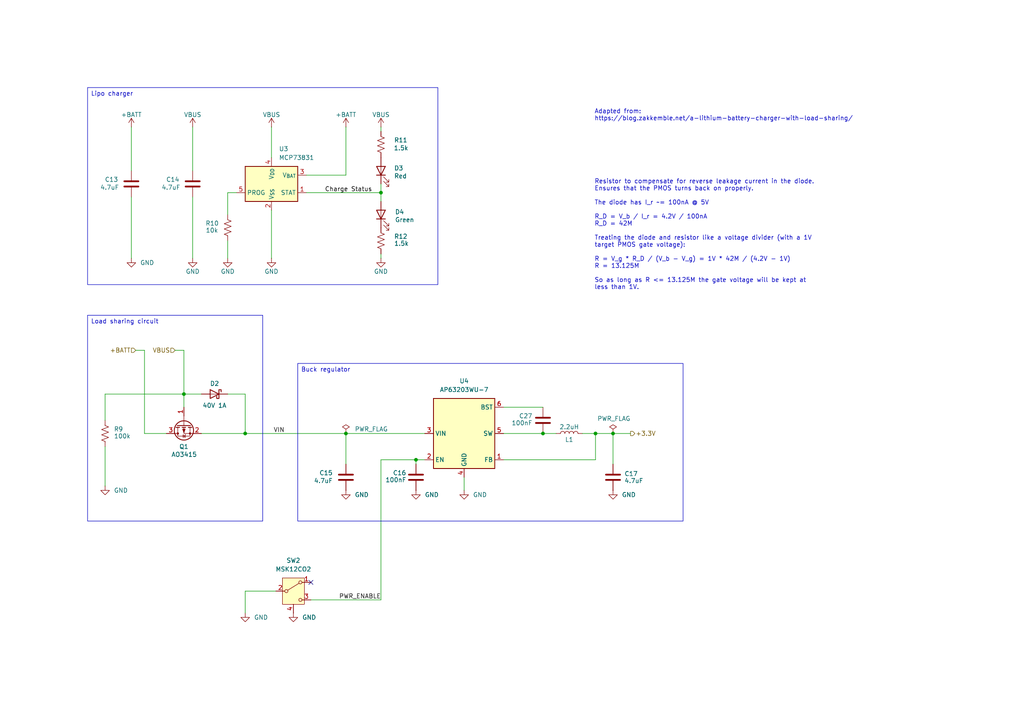
<source format=kicad_sch>
(kicad_sch (version 20250114) (generator "eeschema") (generator_version "9.0")
  (paper "A4")
  (title_block (title "Battery Management") (date "2025-04-27") (rev "2.0.0") (company "George Sleen"))
  (lib_symbols
    (symbol "GS_Capacitor_0402:C_0402_100nF" (pin_numbers (hide yes)) (pin_names (offset 0.254))
      (property "Reference" "C" (at 0.635 2.54 0))
      (property "Value" "100nF" (at 0.635 -2.54 0))
      (symbol "C_0402_100nF_0_1"
        (polyline (pts (xy -2.032 0.762) (xy 2.032 0.762)) (stroke (width 0.508)))
        (polyline (pts (xy -2.032 -0.762) (xy 2.032 -0.762)) (stroke (width 0.508)))
      )
      (symbol "C_0402_100nF_1_1"
        (pin passive line (at 0 3.81 270) (length 2.794) (name "~") (number "1"))
        (pin passive line (at 0 -3.81 90) (length 2.794) (name "~") (number "2"))
      )
    )
    (symbol "GS_Capacitor_0402:C_0402_4.7uF" (pin_numbers (hide yes)) (pin_names (offset 0.254))
      (property "Reference" "C" (at 0.635 2.54 0))
      (property "Value" "4.7uF" (at 0.635 -2.54 0))
      (symbol "C_0402_4.7uF_0_1"
        (polyline (pts (xy -2.032 0.762) (xy 2.032 0.762)) (stroke (width 0.508)))
        (polyline (pts (xy -2.032 -0.762) (xy 2.032 -0.762)) (stroke (width 0.508)))
      )
      (symbol "C_0402_4.7uF_1_1"
        (pin passive line (at 0 3.81 270) (length 2.794) (name "~") (number "1"))
        (pin passive line (at 0 -3.81 90) (length 2.794) (name "~") (number "2"))
      )
    )
    (symbol "GS_Diodes:1N5819W" (pin_numbers (hide yes)) (pin_names (offset 1.016) (hide yes))
      (property "Reference" "D" (at 0 2.54 0))
      (property "Value" "40V 1A" (at 0 -2.54 0))
      (symbol "1N5819W_0_1"
        (polyline (pts (xy -1.905 0.635) (xy -1.905 1.27) (xy -1.27 1.27) (xy -1.27 -1.27) (xy -0.635 -1.27) (xy -0.635 -0.635)) (stroke (width 0.254)))
        (polyline (pts (xy 1.27 1.27) (xy 1.27 -1.27) (xy -1.27 0) (xy 1.27 1.27)) (stroke (width 0.254)))
        (polyline (pts (xy 1.27 0) (xy -1.27 0)))
      )
      (symbol "1N5819W_1_1"
        (pin passive line (at -3.81 0 0) (length 2.54) (name "K") (number "1"))
        (pin passive line (at 3.81 0 180) (length 2.54) (name "A") (number "2"))
      )
    )
    (symbol "GS_Inductors:L_1008_2.2uH" (pin_numbers (hide yes)) (pin_names (offset 1.016) (hide yes))
      (property "Reference" "L" (at -1.27 0 90))
      (property "Value" "2.2uH" (at 1.905 0 90))
      (symbol "L_1008_2.2uH_0_1"
        (arc (start 0 2.54) (mid 0.6323 1.905) (end 0 1.27))
        (arc (start 0 1.27) (mid 0.6323 0.635) (end 0 0))
        (arc (start 0 0) (mid 0.6323 -0.635) (end 0 -1.27))
        (arc (start 0 -1.27) (mid 0.6323 -1.905) (end 0 -2.54))
      )
      (symbol "L_1008_2.2uH_1_1"
        (pin passive line (at 0 3.81 270) (length 1.27) (name "1") (number "1"))
        (pin passive line (at 0 -3.81 90) (length 1.27) (name "2") (number "2"))
      )
    )
    (symbol "GS_Optoelectronic:LED_0402_Green" (pin_numbers (hide yes)) (pin_names (offset 1.016) (hide yes))
      (property "Reference" "D" (at 0 2.54 0))
      (property "Value" "Green" (at 0 -3.302 0))
      (symbol "LED_0402_Green_0_1"
        (polyline (pts (xy -3.048 -0.762) (xy -4.572 -2.286) (xy -3.81 -2.286) (xy -4.572 -2.286) (xy -4.572 -1.524)))
        (polyline (pts (xy -1.778 -0.762) (xy -3.302 -2.286) (xy -2.54 -2.286) (xy -3.302 -2.286) (xy -3.302 -1.524)))
        (polyline (pts (xy -1.27 0) (xy 1.27 0)))
        (polyline (pts (xy -1.27 -1.27) (xy -1.27 1.27)) (stroke (width 0.254)))
        (polyline (pts (xy 1.27 -1.27) (xy 1.27 1.27) (xy -1.27 0) (xy 1.27 -1.27)) (stroke (width 0.254)))
      )
      (symbol "LED_0402_Green_1_1"
        (pin passive line (at -3.81 0 0) (length 2.54) (name "K") (number "1"))
        (pin passive line (at 3.81 0 180) (length 2.54) (name "A") (number "2"))
      )
    )
    (symbol "GS_Optoelectronic:LED_0402_Red" (pin_numbers (hide yes)) (pin_names (offset 1.016) (hide yes))
      (property "Reference" "D" (at 0 2.54 0))
      (property "Value" "Red" (at 0 -3.302 0))
      (symbol "LED_0402_Red_0_1"
        (polyline (pts (xy -3.048 -0.762) (xy -4.572 -2.286) (xy -3.81 -2.286) (xy -4.572 -2.286) (xy -4.572 -1.524)))
        (polyline (pts (xy -1.778 -0.762) (xy -3.302 -2.286) (xy -2.54 -2.286) (xy -3.302 -2.286) (xy -3.302 -1.524)))
        (polyline (pts (xy -1.27 0) (xy 1.27 0)))
        (polyline (pts (xy -1.27 -1.27) (xy -1.27 1.27)) (stroke (width 0.254)))
        (polyline (pts (xy 1.27 -1.27) (xy 1.27 1.27) (xy -1.27 0) (xy 1.27 -1.27)) (stroke (width 0.254)))
      )
      (symbol "LED_0402_Red_1_1"
        (pin passive line (at -3.81 0 0) (length 2.54) (name "K") (number "1"))
        (pin passive line (at 3.81 0 180) (length 2.54) (name "A") (number "2"))
      )
    )
    (symbol "GS_PMIC:AP63203WU-7"
      (property "Reference" "U" (at -8.89 11.43 0))
      (property "Value" "AP63203WU-7" (at 0 11.43 0))
      (symbol "AP63203WU-7_0_1"
        (rectangle (start -8.89 10.16) (end 8.89 -10.16) (stroke (width 0.254)) (fill (type background)))
      )
      (symbol "AP63203WU-7_1_1"
        (pin power_in line (at -11.43 0 0) (length 2.54) (name "VIN") (number "3"))
        (pin input line (at -11.43 -7.62 0) (length 2.54) (name "EN") (number "2"))
        (pin power_in line (at 0 -12.7 90) (length 2.54) (name "GND") (number "4"))
        (pin input line (at 11.43 7.62 180) (length 2.54) (name "BST") (number "6"))
        (pin input line (at 11.43 0 180) (length 2.54) (name "SW") (number "5"))
        (pin input line (at 11.43 -7.62 180) (length 2.54) (name "FB") (number "1"))
      )
    )
    (symbol "GS_PMIC:MCP73831T-2ACI/OT"
      (property "Reference" "U" (at -7.62 6.35 0))
      (property "Value" "MCP73831" (at 1.27 6.35 0))
      (symbol "MCP73831T-2ACI/OT_0_1"
        (rectangle (start -7.62 5.08) (end 7.62 -5.08) (stroke (width 0.254)) (fill (type background)))
      )
      (symbol "MCP73831T-2ACI/OT_1_1"
        (pin input line (at -10.16 -2.54 0) (length 2.54) (name "PROG") (number "5"))
        (pin power_in line (at 0 7.62 270) (length 2.54) (name "V_{DD}") (number "4"))
        (pin power_in line (at 0 -7.62 90) (length 2.54) (name "V_{SS}") (number "2"))
        (pin power_out line (at 10.16 2.54 180) (length 2.54) (name "V_{BAT}") (number "3"))
        (pin tri_state line (at 10.16 -2.54 180) (length 2.54) (name "STAT") (number "1"))
      )
    )
    (symbol "GS_Resistor_0402:R_0402_1.5k" (pin_numbers (hide yes)) (pin_names (offset 0))
      (property "Reference" "R" (at 2.54 0 90))
      (property "Value" "1.5k" (at -2.54 0 90))
      (symbol "R_0402_1.5k_0_1"
        (polyline (pts (xy 0 2.286) (xy 0 2.54)))
        (polyline (pts (xy 0 2.286) (xy 1.016 1.905) (xy 0 1.524) (xy -1.016 1.143) (xy 0 0.762)))
        (polyline (pts (xy 0 0.762) (xy 1.016 0.381) (xy 0 0) (xy -1.016 -0.381) (xy 0 -0.762)))
        (polyline (pts (xy 0 -0.762) (xy 1.016 -1.143) (xy 0 -1.524) (xy -1.016 -1.905) (xy 0 -2.286)))
        (polyline (pts (xy 0 -2.286) (xy 0 -2.54)))
      )
      (symbol "R_0402_1.5k_1_1"
        (pin passive line (at 0 3.81 270) (length 1.27) (name "~") (number "1"))
        (pin passive line (at 0 -3.81 90) (length 1.27) (name "~") (number "2"))
      )
    )
    (symbol "GS_Resistor_0402:R_0402_100k" (pin_numbers (hide yes)) (pin_names (offset 0))
      (property "Reference" "R" (at 2.54 0 90))
      (property "Value" "100k" (at -2.54 0 90))
      (symbol "R_0402_100k_0_1"
        (polyline (pts (xy 0 2.286) (xy 0 2.54)))
        (polyline (pts (xy 0 2.286) (xy 1.016 1.905) (xy 0 1.524) (xy -1.016 1.143) (xy 0 0.762)))
        (polyline (pts (xy 0 0.762) (xy 1.016 0.381) (xy 0 0) (xy -1.016 -0.381) (xy 0 -0.762)))
        (polyline (pts (xy 0 -0.762) (xy 1.016 -1.143) (xy 0 -1.524) (xy -1.016 -1.905) (xy 0 -2.286)))
        (polyline (pts (xy 0 -2.286) (xy 0 -2.54)))
      )
      (symbol "R_0402_100k_1_1"
        (pin passive line (at 0 3.81 270) (length 1.27) (name "~") (number "1"))
        (pin passive line (at 0 -3.81 90) (length 1.27) (name "~") (number "2"))
      )
    )
    (symbol "GS_Resistor_0402:R_0402_10k" (pin_numbers (hide yes)) (pin_names (offset 0))
      (property "Reference" "R" (at 2.54 0 90))
      (property "Value" "10k" (at -2.54 0 90))
      (symbol "R_0402_10k_0_1"
        (polyline (pts (xy 0 2.286) (xy 0 2.54)))
        (polyline (pts (xy 0 2.286) (xy 1.016 1.905) (xy 0 1.524) (xy -1.016 1.143) (xy 0 0.762)))
        (polyline (pts (xy 0 0.762) (xy 1.016 0.381) (xy 0 0) (xy -1.016 -0.381) (xy 0 -0.762)))
        (polyline (pts (xy 0 -0.762) (xy 1.016 -1.143) (xy 0 -1.524) (xy -1.016 -1.905) (xy 0 -2.286)))
        (polyline (pts (xy 0 -2.286) (xy 0 -2.54)))
      )
      (symbol "R_0402_10k_1_1"
        (pin passive line (at 0 3.81 270) (length 1.27) (name "~") (number "1"))
        (pin passive line (at 0 -3.81 90) (length 1.27) (name "~") (number "2"))
      )
    )
    (symbol "GS_Switches:SW_SPDT_MSK12CO2" (pin_names (offset 0) (hide yes))
      (property "Reference" "SW" (at 0 7.62 0))
      (property "Value" "MSK12CO2" (at 0 5.334 0))
      (symbol "SW_SPDT_MSK12CO2_0_1"
        (circle (center -2.032 0) (radius 0.4572))
        (polyline (pts (xy -1.651 0.254) (xy 1.651 2.286)))
        (circle (center 2.032 2.54) (radius 0.4572))
        (circle (center 2.032 -2.54) (radius 0.4572))
      )
      (symbol "SW_SPDT_MSK12CO2_1_1"
        (rectangle (start -3.175 3.81) (end 3.175 -3.81) (fill (type background)))
        (pin passive line (at -5.08 0 0) (length 2.54) (name "B") (number "2"))
        (pin passive line (at 0 -6.35 90) (length 2.54) (name "Shield") (number "4"))
        (pin passive line (at 5.08 2.54 180) (length 2.54) (name "A") (number "1"))
        (pin passive line (at 5.08 -2.54 180) (length 2.54) (name "C") (number "3"))
      )
    )
    (symbol "GS_Transistors:MOSFET_P-Ch_20V_4.8A_37mR" (pin_names (hide yes))
      (property "Reference" "Q" (at 5.08 1.905 0))
      (property "Value" "AO3415" (at 5.08 0 0))
      (symbol "MOSFET_P-Ch_20V_4.8A_37mR_0_1"
        (polyline (pts (xy 0.254 1.905) (xy 0.254 -1.905)) (stroke (width 0.254)))
        (polyline (pts (xy 0.254 0) (xy -2.54 0)))
        (polyline (pts (xy 0.762 2.286) (xy 0.762 1.27)) (stroke (width 0.254)))
        (polyline (pts (xy 0.762 1.778) (xy 3.302 1.778) (xy 3.302 -1.778) (xy 0.762 -1.778)))
        (polyline (pts (xy 0.762 0.508) (xy 0.762 -0.508)) (stroke (width 0.254)))
        (polyline (pts (xy 0.762 -1.27) (xy 0.762 -2.286)) (stroke (width 0.254)))
        (circle (center 1.651 0) (radius 2.794) (stroke (width 0.254)))
        (polyline (pts (xy 2.286 0) (xy 1.27 0.381) (xy 1.27 -0.381) (xy 2.286 0)) (fill (type outline)))
        (polyline (pts (xy 2.54 2.54) (xy 2.54 1.778)))
        (circle (center 2.54 1.778) (radius 0.254) (fill (type outline)))
        (circle (center 2.54 -1.778) (radius 0.254) (fill (type outline)))
        (polyline (pts (xy 2.54 -2.54) (xy 2.54 0) (xy 0.762 0)))
        (polyline (pts (xy 2.794 -0.508) (xy 2.921 -0.381) (xy 3.683 -0.381) (xy 3.81 -0.254)))
        (polyline (pts (xy 3.302 -0.381) (xy 2.921 0.254) (xy 3.683 0.254) (xy 3.302 -0.381)))
      )
      (symbol "MOSFET_P-Ch_20V_4.8A_37mR_1_1"
        (pin input line (at -5.08 0 0) (length 2.54) (name "G") (number "1"))
        (pin passive line (at 2.54 5.08 270) (length 2.54) (name "D") (number "3"))
        (pin passive line (at 2.54 -5.08 90) (length 2.54) (name "S") (number "2"))
      )
    )
    (symbol "power:+BATT" (power) (pin_numbers (hide yes)) (pin_names (offset 0) (hide yes))
      (property "Value" "+BATT" (at 0 3.556 0))
      (symbol "+BATT_0_1"
        (polyline (pts (xy -0.762 1.27) (xy 0 2.54)))
        (polyline (pts (xy 0 2.54) (xy 0.762 1.27)))
        (polyline (pts (xy 0 0) (xy 0 2.54)))
      )
      (symbol "+BATT_1_1"
        (pin power_in line (at 0 0 90) (length 0) (name "~") (number "1"))
      )
    )
    (symbol "power:GND" (power) (pin_numbers (hide yes)) (pin_names (offset 0) (hide yes))
      (property "Value" "GND" (at 0 -3.81 0))
      (symbol "GND_0_1"
        (polyline (pts (xy 0 0) (xy 0 -1.27) (xy 1.27 -1.27) (xy 0 -2.54) (xy -1.27 -1.27) (xy 0 -1.27)))
      )
      (symbol "GND_1_1"
        (pin power_in line (at 0 0 270) (length 0) (name "~") (number "1"))
      )
    )
    (symbol "power:PWR_FLAG" (power) (pin_numbers (hide yes)) (pin_names (offset 0) (hide yes))
      (property "Value" "PWR_FLAG" (at 0 3.81 0))
      (symbol "PWR_FLAG_0_0"
        (pin power_out line (at 0 0 90) (length 0) (name "~") (number "1"))
      )
      (symbol "PWR_FLAG_0_1"
        (polyline (pts (xy 0 0) (xy 0 1.27) (xy -1.016 1.905) (xy 0 2.54) (xy 1.016 1.905) (xy 0 1.27)))
      )
    )
    (symbol "power:VBUS" (power) (pin_numbers (hide yes)) (pin_names (offset 0) (hide yes))
      (property "Value" "VBUS" (at 0 3.556 0))
      (symbol "VBUS_0_1"
        (polyline (pts (xy -0.762 1.27) (xy 0 2.54)))
        (polyline (pts (xy 0 2.54) (xy 0.762 1.27)))
        (polyline (pts (xy 0 0) (xy 0 2.54)))
      )
      (symbol "VBUS_1_1"
        (pin power_in line (at 0 0 90) (length 0) (name "~") (number "1"))
      )
    )
  )
  (text_box "Adapted from:\nhttps://blog.zakkemble.net/a-lithium-battery-charger-with-load-sharing/" (at 171.45 30.48 0) (size 63.5 5.08) (margins 0.9525 0.9525 0.9525 0.9525) (stroke (width -0.0001)) (effects (font (size 1.27 1.27)) (justify left top)))
  (text_box "Buck regulator" (at 86.36 105.41 0) (size 111.76 45.72) (margins 0.9525 0.9525 0.9525 0.9525) (effects (font (size 1.27 1.27)) (justify left top)))
  (text_box "Load sharing circuit" (at 25.4 91.44 0) (size 50.8 59.69) (margins 0.9525 0.9525 0.9525 0.9525) (effects (font (size 1.27 1.27)) (justify left top)))
  (text_box "Lipo charger" (at 25.4 25.4 0) (size 101.6 57.15) (margins 0.9525 0.9525 0.9525 0.9525) (effects (font (size 1.27 1.27)) (justify left top)))
  (text_box "Resistor to compensate for reverse leakage current in the diode.\nEnsures that the PMOS turns back on properly.\n\nThe diode has I_r ~= 100nA @ 5V\n\nR_D = V_b / I_r = 4.2V / 100nA\nR_D = 42M\n\nTreating the diode and resistor like a voltage divider (with a 1V target PMOS gate voltage):\n\nR = V_g * R_D / (V_b - V_g) = 1V * 42M / (4.2V - 1V)\nR = 13.125M\n\nSo as long as R <= 13.125M the gate voltage will be kept at less than 1V." (at 171.45 50.8 0) (size 66.04 36.83) (margins 0.9524 0.9524 0.9524 0.9524) (stroke (width -0.0001)) (effects (font (size 1.27 1.27)) (justify left top)))
  (junction (at 71.12 125.73))
  (junction (at 172.72 125.73))
  (junction (at 120.65 133.35))
  (junction (at 53.34 114.3))
  (junction (at 157.48 125.73))
  (junction (at 110.49 55.88))
  (junction (at 177.8 125.73))
  (junction (at 100.33 125.73))
  (no_connect (at 90.17 168.91))
  (wire (pts (xy 110.49 55.88) (xy 110.49 53.34)))
  (wire (pts (xy 90.17 173.99) (xy 110.49 173.99)))
  (wire (pts (xy 39.37 101.6) (xy 41.91 101.6)))
  (wire (pts (xy 30.48 140.97) (xy 30.48 129.54)))
  (wire (pts (xy 177.8 125.73) (xy 177.8 134.62)))
  (wire (pts (xy 41.91 101.6) (xy 41.91 125.73)))
  (wire (pts (xy 120.65 133.35) (xy 123.19 133.35)))
  (wire (pts (xy 53.34 114.3) (xy 58.42 114.3)))
  (wire (pts (xy 110.49 58.42) (xy 110.49 55.88)))
  (wire (pts (xy 66.04 55.88) (xy 68.58 55.88)))
  (wire (pts (xy 38.1 57.15) (xy 38.1 74.93)))
  (wire (pts (xy 146.05 125.73) (xy 157.48 125.73)))
  (wire (pts (xy 182.88 125.73) (xy 177.8 125.73)))
  (wire (pts (xy 134.62 138.43) (xy 134.62 142.24)))
  (wire (pts (xy 55.88 57.15) (xy 55.88 74.93)))
  (wire (pts (xy 110.49 133.35) (xy 110.49 173.99)))
  (wire (pts (xy 66.04 114.3) (xy 71.12 114.3)))
  (wire (pts (xy 71.12 125.73) (xy 100.33 125.73)))
  (wire (pts (xy 146.05 133.35) (xy 172.72 133.35)))
  (wire (pts (xy 100.33 50.8) (xy 88.9 50.8)))
  (wire (pts (xy 53.34 114.3) (xy 53.34 118.11)))
  (wire (pts (xy 53.34 101.6) (xy 53.34 114.3)))
  (wire (pts (xy 78.74 74.93) (xy 78.74 60.96)))
  (wire (pts (xy 110.49 73.66) (xy 110.49 74.93)))
  (wire (pts (xy 71.12 177.8) (xy 71.12 171.45)))
  (wire (pts (xy 71.12 125.73) (xy 58.42 125.73)))
  (wire (pts (xy 66.04 74.93) (xy 66.04 69.85)))
  (wire (pts (xy 50.8 101.6) (xy 53.34 101.6)))
  (wire (pts (xy 161.29 125.73) (xy 157.48 125.73)))
  (wire (pts (xy 100.33 134.62) (xy 100.33 125.73)))
  (wire (pts (xy 110.49 38.1) (xy 110.49 36.83)))
  (wire (pts (xy 78.74 36.83) (xy 78.74 45.72)))
  (wire (pts (xy 123.19 125.73) (xy 100.33 125.73)))
  (wire (pts (xy 172.72 125.73) (xy 172.72 133.35)))
  (wire (pts (xy 172.72 125.73) (xy 177.8 125.73)))
  (wire (pts (xy 120.65 133.35) (xy 110.49 133.35)))
  (wire (pts (xy 71.12 171.45) (xy 80.01 171.45)))
  (wire (pts (xy 168.91 125.73) (xy 172.72 125.73)))
  (wire (pts (xy 88.9 55.88) (xy 110.49 55.88)))
  (wire (pts (xy 41.91 125.73) (xy 48.26 125.73)))
  (wire (pts (xy 55.88 36.83) (xy 55.88 49.53)))
  (wire (pts (xy 100.33 36.83) (xy 100.33 50.8)))
  (wire (pts (xy 71.12 114.3) (xy 71.12 125.73)))
  (wire (pts (xy 120.65 134.62) (xy 120.65 133.35)))
  (wire (pts (xy 66.04 62.23) (xy 66.04 55.88)))
  (wire (pts (xy 30.48 121.92) (xy 30.48 114.3)))
  (wire (pts (xy 157.48 118.11) (xy 146.05 118.11)))
  (wire (pts (xy 38.1 49.53) (xy 38.1 36.83)))
  (wire (pts (xy 30.48 114.3) (xy 53.34 114.3)))
  (label "Charge Status" (at 107.95 55.88 180))
  (label "VIN" (at 82.55 125.73 180))
  (label "PWR_ENABLE" (at 110.49 173.99 180))
  (hierarchical_label "+3.3V" (shape output) (at 182.88 125.73 0))
  (hierarchical_label "VBUS" (shape input) (at 50.8 101.6 180))
  (hierarchical_label "+BATT" (shape input) (at 39.37 101.6 180))
  (symbol (lib_id "GS_Optoelectronic:LED_0402_Red") (at 110.49 49.53 90) (unit 1)
    (property "Reference" "D3" (at 114.3 48.768 90) (effects (justify right)))
    (property "Value" "Red" (at 114.3 51.054 90) (effects (justify right)))
    (property "Footprint" "GS_Optoelectronics:LED_0402_1005Metric" (effects (hide yes)))
    (property "Datasheet" "https://www.lcsc.com/datasheet/lcsc_datasheet_2410121310_XINGLIGHT-XL-1005SURC_C965790.pdf" (effects (hide yes)))
    (property "Description" "Light emitting diode" (effects (hide yes)))
    (property "Sim.Pins" "1=K 2=A" (effects (hide yes)))
    (property "Manufacturer" "XINGLIGHT" (effects (hide yes)))
    (property "Mfr. Part #" "XL-1005SURC" (effects (hide yes)))
    (property "LCSC ID" "C965790" (effects (hide yes)))
    (property "Package" "0402" (effects (hide yes)))
  )
  (symbol (lib_id "power:GND") (at 110.49 74.93 0) (unit 1)
    (property "Reference" "#PWR052" (effects (hide yes)))
    (property "Value" "GND" (at 110.49 78.74 0))
    (property "Description" "Power symbol creates a global label with name \"GND\" , ground" (effects (hide yes)))
  )
  (symbol (lib_id "GS_Inductors:L_1008_2.2uH") (at 165.1 125.73 90) (unit 1)
    (property "Reference" "L1" (at 165.1 127.508 90))
    (property "Value" "2.2uH" (at 165.1 123.825 90))
    (property "Footprint" "Inductor_SMD:L_1008_2520Metric" (effects (hide yes)))
    (property "Datasheet" "https://www.lcsc.com/datasheet/lcsc_datasheet_2410122042_APV-PNR252012-2R2M_C19634045.pdf" (effects (hide yes)))
    (property "Description" "Inductor, 2.15A Rated Current, 2.2uH 20%, 3A Saturation Current, 100mR DC Resistance" (effects (hide yes)))
    (property "Manufacturer" "APV" (effects (hide yes)))
    (property "Mfr. Part #" "PNR252012-2R2M" (effects (hide yes)))
    (property "LCSC ID" "C19634045" (effects (hide yes)))
    (property "Package" "1008" (effects (hide yes)))
  )
  (symbol (lib_id "power:+BATT") (at 38.1 36.83 0) (unit 1)
    (property "Reference" "#PWR041" (effects (hide yes)))
    (property "Value" "+BATT" (at 38.1 33.274 0))
    (property "Description" "Power symbol creates a global label with name \"+BATT\"" (effects (hide yes)))
  )
  (symbol (lib_id "GS_PMIC:AP63203WU-7") (at 134.62 125.73 0) (unit 1)
    (property "Reference" "U4" (at 134.62 110.49 0))
    (property "Value" "AP63203WU-7" (at 134.62 113.03 0))
    (property "Footprint" "Package_TO_SOT_SMD:TSOT-23-6" (effects (hide yes)))
    (property "Datasheet" "https://www.lcsc.com/datasheet/lcsc_datasheet_2412251150_Diodes-Incorporated-AP63203WU-7_C780769.pdf" (effects (hide yes)))
    (property "Description" "1.1MHz switching buck regulator, 2A 3.3V output voltage, 3.8V~32V input voltage" (effects (hide yes)))
    (property "Manufacturer" "Diodes Incorporated" (effects (hide yes)))
    (property "Mfr. Part #" "AP63203WU-7" (effects (hide yes)))
    (property "LCSC ID" "C780769" (effects (hide yes)))
    (property "Package" "TSOT-23-6" (effects (hide yes)))
  )
  (symbol (lib_id "GS_Resistor_0402:R_0402_1.5k") (at 110.49 41.91 180) (unit 1)
    (property "Reference" "R11" (at 114.3 40.64 0) (effects (justify right)))
    (property "Value" "1.5k" (at 116.332 42.926 0))
    (property "Footprint" "GS_Resistors:R_0402_1005Metric" (effects (hide yes)))
    (property "Datasheet" "https://www.lcsc.com/datasheet/lcsc_datasheet_2411071710_FOJAN-FRC0402J152TS_C2929900.pdf" (effects (hide yes)))
    (property "Description" "1.5k 5% Resistor, 62.5mW Max Power, 50V Max Voltage, 100ppm" (effects (hide yes)))
    (property "Manufacturer" "FOJAN" (effects (hide yes)))
    (property "Mfr. Part #" "FRC0402J152TS" (effects (hide yes)))
    (property "LCSC ID" "C2929900" (effects (hide yes)))
    (property "Package" "0402" (effects (hide yes)))
  )
  (symbol (lib_id "GS_Resistor_0402:R_0402_1.5k") (at 110.49 69.85 180) (unit 1)
    (property "Reference" "R12" (at 114.3 68.58 0) (effects (justify right)))
    (property "Value" "1.5k" (at 114.3 70.612 0) (effects (justify right)))
    (property "Footprint" "GS_Resistors:R_0402_1005Metric" (effects (hide yes)))
    (property "Datasheet" "https://www.lcsc.com/datasheet/lcsc_datasheet_2411071710_FOJAN-FRC0402J152TS_C2929900.pdf" (effects (hide yes)))
    (property "Description" "1.5k 5% Resistor, 62.5mW Max Power, 50V Max Voltage, 100ppm" (effects (hide yes)))
    (property "Manufacturer" "FOJAN" (effects (hide yes)))
    (property "Mfr. Part #" "FRC0402J152TS" (effects (hide yes)))
    (property "LCSC ID" "C2929900" (effects (hide yes)))
    (property "Package" "0402" (effects (hide yes)))
  )
  (symbol (lib_id "GS_Capacitor_0402:C_0402_4.7uF") (at 55.88 53.34 0) (mirror y) (unit 1)
    (property "Reference" "C14" (at 52.07 52.0699 0) (effects (justify left)))
    (property "Value" "4.7uF" (at 52.324 54.356 0) (effects (justify left)))
    (property "Footprint" "GS_Capacitors:C_0402_1005Metric" (effects (hide yes)))
    (property "Datasheet" "https://www.lcsc.com/datasheet/lcsc_datasheet_2410121858_Murata-Electronics-GRM155R60J475ME87D_C76996.pdf" (effects (hide yes)))
    (property "Description" "4.7uF 20% Unpolarized capacitor, 6.3V Max Voltage, X5R" (effects (hide yes)))
    (property "Manufacturer" "Murata Electronics" (effects (hide yes)))
    (property "Mfr. Part #" "GRM155R60J475ME87D" (effects (hide yes)))
    (property "LCSC ID" "C76996" (effects (hide yes)))
    (property "Package" "0402" (effects (hide yes)))
  )
  (symbol (lib_id "GS_Diodes:1N5819W") (at 62.23 114.3 0) (mirror y) (unit 1)
    (property "Reference" "D2" (at 62.23 111.252 0))
    (property "Value" "40V 1A" (at 62.23 117.602 0))
    (property "Footprint" "Diode_SMD:D_SOD-123" (effects (hide yes)))
    (property "Datasheet" "https://www.lcsc.com/datasheet/lcsc_datasheet_2410161003_GOODWORK-1N5819W_C41431973.pdf" (effects (hide yes)))
    (property "Description" "40V 1A Schottky Barrier Rectifier Diode, SMB, 50nA Reverse Leakage, 580mV Forward Drop" (effects (hide yes)))
    (property "Manufacturer" "GOODWORK" (effects (hide yes)))
    (property "Mfr. Part #" "1N5819W" (effects (hide yes)))
    (property "LCSC ID" "C41431973" (effects (hide yes)))
    (property "Package" "SOD-123" (effects (hide yes)))
  )
  (symbol (lib_id "GS_Capacitor_0402:C_0402_100nF") (at 120.65 138.43 0) (unit 1)
    (property "Reference" "C16" (at 117.856 137.16 0) (effects (justify right)))
    (property "Value" "100nF" (at 111.76 139.192 0) (effects (justify left)))
    (property "Footprint" "GS_Capacitors:C_0402_1005Metric" (effects (hide yes)))
    (property "Datasheet" "https://www.lcsc.com/datasheet/lcsc_datasheet_2410121315_CCTC-TCC0402X5R104K160AT_C344189.pdf" (effects (hide yes)))
    (property "Description" "100nF 10% Unpolarized Capacitor, 16V Max Voltage, X5R" (effects (hide yes)))
    (property "Manufacturer" "CCTC" (effects (hide yes)))
    (property "Package" "0402" (effects (hide yes)))
    (property "LCSC ID" "C344189" (effects (hide yes)))
    (property "Mfr. Part #" "TCC0402X5R104K160AT" (effects (hide yes)))
  )
  (symbol (lib_id "power:GND") (at 78.74 74.93 0) (unit 1)
    (property "Reference" "#PWR047" (effects (hide yes)))
    (property "Value" "GND" (at 78.74 78.74 0))
    (property "Description" "Power symbol creates a global label with name \"GND\" , ground" (effects (hide yes)))
  )
  (symbol (lib_id "power:VBUS") (at 78.74 36.83 0) (unit 1)
    (property "Reference" "#PWR046" (effects (hide yes)))
    (property "Value" "VBUS" (at 78.74 33.274 0))
    (property "Description" "Power symbol creates a global label with name \"VBUS\"" (effects (hide yes)))
  )
  (symbol (lib_id "GS_Transistors:MOSFET_P-Ch_20V_4.8A_37mR") (at 53.34 123.19 90) (mirror x) (unit 1)
    (property "Reference" "Q1" (at 53.34 129.54 90))
    (property "Value" "AO3415" (at 57.15 131.826 90) (effects (justify left)))
    (property "Footprint" "Package_TO_SOT_SMD:SOT-23" (effects (hide yes)))
    (property "Datasheet" "https://www.lcsc.com/datasheet/lcsc_datasheet_2409300133_MDD-Microdiode-Semiconductor-AO3415_C840839.pdf" (effects (hide yes)))
    (property "Description" "-4.8A Id, -20V Vds, 8V Vgs, 37mR Rds(on), P-Channel MOSFET, SOT-23" (effects (hide yes)))
    (property "Manufacturer" "MDD(Microdiode Semiconductor)" (effects (hide yes)))
    (property "Mfr. Part #" "AO3415" (effects (hide yes)))
    (property "LCSC ID" "C840839" (effects (hide yes)))
    (property "Package" "SOT-23" (effects (hide yes)))
  )
  (symbol (lib_id "power:GND") (at 30.48 140.97 0) (unit 1)
    (property "Reference" "#PWR040" (effects (hide yes)))
    (property "Value" "GND" (at 33.02 142.2399 0) (effects (justify left)))
    (property "Description" "Power symbol creates a global label with name \"GND\" , ground" (effects (hide yes)))
  )
  (symbol (lib_id "power:GND") (at 177.8 142.24 0) (unit 1)
    (property "Reference" "#PWR055" (effects (hide yes)))
    (property "Value" "GND" (at 180.34 143.5099 0) (effects (justify left)))
    (property "Description" "Power symbol creates a global label with name \"GND\" , ground" (effects (hide yes)))
  )
  (symbol (lib_id "power:GND") (at 100.33 142.24 0) (unit 1)
    (property "Reference" "#PWR049" (effects (hide yes)))
    (property "Value" "GND" (at 102.87 143.5099 0) (effects (justify left)))
    (property "Description" "Power symbol creates a global label with name \"GND\" , ground" (effects (hide yes)))
  )
  (symbol (lib_id "power:PWR_FLAG") (at 100.33 125.73 0) (unit 1)
    (property "Reference" "#FLG02" (effects (hide yes)))
    (property "Value" "PWR_FLAG" (at 102.87 124.4599 0) (effects (justify left)))
    (property "Description" "Special symbol for telling ERC where power comes from" (effects (hide yes)))
  )
  (symbol (lib_id "GS_Resistor_0402:R_0402_100k") (at 30.48 125.73 0) (unit 1)
    (property "Reference" "R9" (at 33.02 124.4599 0) (effects (justify left)))
    (property "Value" "100k" (at 33.02 126.492 0) (effects (justify left)))
    (property "Footprint" "GS_Resistors:R_0402_1005Metric" (effects (hide yes)))
    (property "Datasheet" "https://www.lcsc.com/datasheet/lcsc_datasheet_2205131800_VO-SCR0402J100K_C3017514.pdf" (effects (hide yes)))
    (property "Description" "100k 5% Resistor, 62.5mW Max Power, 50V Max Voltage, 100ppm" (effects (hide yes)))
    (property "Manufacturer" "VO" (effects (hide yes)))
    (property "Mfr. Part #" "SCR0402J100K" (effects (hide yes)))
    (property "LCSC ID" "C3017514" (effects (hide yes)))
    (property "Package" "0402" (effects (hide yes)))
  )
  (symbol (lib_id "power:GND") (at 85.09 177.8 0) (unit 1)
    (property "Reference" "#PWR048" (effects (hide yes)))
    (property "Value" "GND" (at 87.63 179.0699 0) (effects (justify left)))
    (property "Description" "Power symbol creates a global label with name \"GND\" , ground" (effects (hide yes)))
  )
  (symbol (lib_id "GS_Optoelectronic:LED_0402_Green") (at 110.49 62.23 90) (unit 1)
    (property "Reference" "D4" (at 114.554 61.468 90) (effects (justify right)))
    (property "Value" "Green" (at 114.554 63.754 90) (effects (justify right)))
    (property "Footprint" "GS_Optoelectronics:LED_0402_1005Metric" (effects (hide yes)))
    (property "Datasheet" "https://www.lcsc.com/datasheet/lcsc_datasheet_2504101957_XINGLIGHT-XL-1005UGC_C965793.pdf" (effects (hide yes)))
    (property "Description" "Light emitting diode" (effects (hide yes)))
    (property "Sim.Pins" "1=K 2=A" (effects (hide yes)))
    (property "Manufacturer" "XINGLIGHT" (effects (hide yes)))
    (property "Mfr. Part #" "XL-1005UGC" (effects (hide yes)))
    (property "LCSC ID" "C965793" (effects (hide yes)))
    (property "Package" "0402" (effects (hide yes)))
  )
  (symbol (lib_id "GS_Capacitor_0402:C_0402_100nF") (at 157.48 121.92 0) (mirror y) (unit 1)
    (property "Reference" "C27" (at 154.432 120.65 0) (effects (justify left)))
    (property "Value" "100nF" (at 154.432 122.682 0) (effects (justify left)))
    (property "Footprint" "GS_Capacitors:C_0402_1005Metric" (effects (hide yes)))
    (property "Datasheet" "https://www.lcsc.com/datasheet/lcsc_datasheet_2410121315_CCTC-TCC0402X5R104K160AT_C344189.pdf" (effects (hide yes)))
    (property "Description" "100nF 10% Unpolarized Capacitor, 16V Max Voltage, X5R" (effects (hide yes)))
    (property "Manufacturer" "CCTC" (effects (hide yes)))
    (property "Mfr. Part #" "TCC0402X5R104K160AT" (effects (hide yes)))
    (property "Package" "0402" (effects (hide yes)))
    (property "LCSC ID" "C344189" (effects (hide yes)))
  )
  (symbol (lib_id "power:GND") (at 134.62 142.24 0) (unit 1)
    (property "Reference" "#PWR054" (effects (hide yes)))
    (property "Value" "GND" (at 137.16 143.5099 0) (effects (justify left)))
    (property "Description" "Power symbol creates a global label with name \"GND\" , ground" (effects (hide yes)))
  )
  (symbol (lib_id "GS_Capacitor_0402:C_0402_4.7uF") (at 177.8 138.43 0) (unit 1)
    (property "Reference" "C17" (at 181.102 137.414 0) (effects (justify left)))
    (property "Value" "4.7uF" (at 181.102 139.446 0) (effects (justify left)))
    (property "Footprint" "GS_Capacitors:C_0402_1005Metric" (effects (hide yes)))
    (property "Datasheet" "https://www.lcsc.com/datasheet/lcsc_datasheet_2410121858_Murata-Electronics-GRM155R60J475ME87D_C76996.pdf" (effects (hide yes)))
    (property "Description" "4.7uF 20% Unpolarized capacitor, 6.3V Max Voltage, X5R" (effects (hide yes)))
    (property "Manufacturer" "Murata Electronics" (effects (hide yes)))
    (property "Mfr. Part #" "GRM155R60J475ME87D" (effects (hide yes)))
    (property "LCSC ID" "C76996" (effects (hide yes)))
    (property "Package" "0402" (effects (hide yes)))
  )
  (symbol (lib_id "GS_Capacitor_0402:C_0402_4.7uF") (at 100.33 138.43 0) (mirror y) (unit 1)
    (property "Reference" "C15" (at 96.52 137.1599 0) (effects (justify left)))
    (property "Value" "4.7uF" (at 96.52 139.446 0) (effects (justify left)))
    (property "Footprint" "GS_Capacitors:C_0402_1005Metric" (effects (hide yes)))
    (property "Datasheet" "https://www.lcsc.com/datasheet/lcsc_datasheet_2410121858_Murata-Electronics-GRM155R60J475ME87D_C76996.pdf" (effects (hide yes)))
    (property "Description" "4.7uF 20% Unpolarized capacitor, 6.3V Max Voltage, X5R" (effects (hide yes)))
    (property "Manufacturer" "Murata Electronics" (effects (hide yes)))
    (property "Mfr. Part #" "GRM155R60J475ME87D" (effects (hide yes)))
    (property "LCSC ID" "C76996" (effects (hide yes)))
    (property "Package" "0402" (effects (hide yes)))
  )
  (symbol (lib_id "GS_Switches:SW_SPDT_MSK12CO2") (at 85.09 171.45 0) (unit 1)
    (property "Reference" "SW2" (at 85.09 162.56 0))
    (property "Value" "MSK12CO2" (at 85.09 165.1 0))
    (property "Footprint" "GS_Switches:MSK12CO2" (effects (hide yes)))
    (property "Datasheet" "https://www.lcsc.com/datasheet/lcsc_datasheet_2407161403_SHOU-HAN-MINI-MSK12CO2_C2681570.pdf" (effects (hide yes)))
    (property "Description" "Switch, single pole double throw" (effects (hide yes)))
    (property "LCSC ID" "C2681570" (effects (hide yes)))
    (property "Manufacturer" "SHOU HAN" (effects (hide yes)))
    (property "Mfr. Part #" "MINI MSK12CO2" (effects (hide yes)))
    (property "Package" "SMD" (effects (hide yes)))
  )
  (symbol (lib_id "power:GND") (at 71.12 177.8 0) (unit 1)
    (property "Reference" "#PWR015" (effects (hide yes)))
    (property "Value" "GND" (at 73.66 179.0699 0) (effects (justify left)))
    (property "Description" "Power symbol creates a global label with name \"GND\" , ground" (effects (hide yes)))
  )
  (symbol (lib_id "GS_Capacitor_0402:C_0402_4.7uF") (at 38.1 53.34 0) (mirror y) (unit 1)
    (property "Reference" "C13" (at 34.29 52.0699 0) (effects (justify left)))
    (property "Value" "4.7uF" (at 34.544 54.356 0) (effects (justify left)))
    (property "Footprint" "GS_Capacitors:C_0402_1005Metric" (effects (hide yes)))
    (property "Datasheet" "https://www.lcsc.com/datasheet/lcsc_datasheet_2410121858_Murata-Electronics-GRM155R60J475ME87D_C76996.pdf" (effects (hide yes)))
    (property "Description" "4.7uF 20% Unpolarized capacitor, 6.3V Max Voltage, X5R" (effects (hide yes)))
    (property "Manufacturer" "Murata Electronics" (effects (hide yes)))
    (property "Mfr. Part #" "GRM155R60J475ME87D" (effects (hide yes)))
    (property "LCSC ID" "C76996" (effects (hide yes)))
    (property "Package" "0402" (effects (hide yes)))
  )
  (symbol (lib_id "power:GND") (at 55.88 74.93 0) (unit 1)
    (property "Reference" "#PWR044" (effects (hide yes)))
    (property "Value" "GND" (at 55.88 78.74 0))
    (property "Description" "Power symbol creates a global label with name \"GND\" , ground" (effects (hide yes)))
  )
  (symbol (lib_id "power:GND") (at 66.04 74.93 0) (unit 1)
    (property "Reference" "#PWR045" (effects (hide yes)))
    (property "Value" "GND" (at 66.04 78.74 0))
    (property "Description" "Power symbol creates a global label with name \"GND\" , ground" (effects (hide yes)))
  )
  (symbol (lib_id "power:VBUS") (at 110.49 36.83 0) (unit 1)
    (property "Reference" "#PWR051" (effects (hide yes)))
    (property "Value" "VBUS" (at 110.49 33.274 0))
    (property "Description" "Power symbol creates a global label with name \"VBUS\"" (effects (hide yes)))
  )
  (symbol (lib_id "GS_Resistor_0402:R_0402_10k") (at 66.04 66.04 0) (unit 1)
    (property "Reference" "R10" (at 63.5 64.7699 0) (effects (justify right)))
    (property "Value" "10k" (at 61.468 66.802 0))
    (property "Footprint" "GS_Resistors:R_0402_1005Metric" (effects (hide yes)))
    (property "Datasheet" "https://www.lcsc.com/datasheet/lcsc_datasheet_2304140030_RALEC-RTT02103JTH_C102759.pdf" (effects (hide yes)))
    (property "Description" "10k 5% Resistor, 62.5mW Max Power, 50V Max Voltage, 100ppm" (effects (hide yes)))
    (property "Manufacturer" "RALEC" (effects (hide yes)))
    (property "Mfr. Part #" "RTT02103JTH" (effects (hide yes)))
    (property "LCSC ID" "C102759" (effects (hide yes)))
    (property "Package" "0402" (effects (hide yes)))
  )
  (symbol (lib_id "GS_PMIC:MCP73831T-2ACI/OT") (at 78.74 53.34 0) (unit 1)
    (property "Reference" "U3" (at 80.8833 43.18 0) (effects (justify left)))
    (property "Value" "MCP73831" (at 80.8833 45.72 0) (effects (justify left)))
    (property "Footprint" "Package_TO_SOT_SMD:SOT-23-5" (effects (hide yes)))
    (property "Datasheet" "https://www.lcsc.com/datasheet/lcsc_datasheet_2410010131_Microchip-Tech-MCP73831T-2ACI-OT_C424093.pdf" (effects (hide yes)))
    (property "Description" "Single cell, Li-Ion/Li-Po charge management controller, 4.20V, Tri-State Status Output, in SOT23-5 package" (effects (hide yes)))
    (property "Manufacturer" "Microchip Tech" (effects (hide yes)))
    (property "Mfr. Part #" "MCP73831T-2ACI/OT" (effects (hide yes)))
    (property "LCSC ID" "C424093" (effects (hide yes)))
    (property "Package" "SOT-23-5" (effects (hide yes)))
  )
  (symbol (lib_id "power:GND") (at 38.1 74.93 0) (unit 1)
    (property "Reference" "#PWR042" (effects (hide yes)))
    (property "Value" "GND" (at 40.64 76.1999 0) (effects (justify left)))
    (property "Description" "Power symbol creates a global label with name \"GND\" , ground" (effects (hide yes)))
  )
  (symbol (lib_id "power:VBUS") (at 55.88 36.83 0) (unit 1)
    (property "Reference" "#PWR043" (effects (hide yes)))
    (property "Value" "VBUS" (at 55.88 33.274 0))
    (property "Description" "Power symbol creates a global label with name \"VBUS\"" (effects (hide yes)))
  )
  (symbol (lib_id "power:PWR_FLAG") (at 177.8 125.73 0) (unit 1)
    (property "Reference" "#FLG03" (effects (hide yes)))
    (property "Value" "PWR_FLAG" (at 173.228 121.412 0) (effects (justify left)))
    (property "Description" "Special symbol for telling ERC where power comes from" (effects (hide yes)))
  )
  (symbol (lib_id "power:GND") (at 120.65 142.24 0) (unit 1)
    (property "Reference" "#PWR053" (effects (hide yes)))
    (property "Value" "GND" (at 123.19 143.5099 0) (effects (justify left)))
    (property "Description" "Power symbol creates a global label with name \"GND\" , ground" (effects (hide yes)))
  )
  (symbol (lib_id "power:+BATT") (at 100.33 36.83 0) (unit 1)
    (property "Reference" "#PWR050" (effects (hide yes)))
    (property "Value" "+BATT" (at 100.33 33.274 0))
    (property "Description" "Power symbol creates a global label with name \"+BATT\"" (effects (hide yes)))
  )
)
</source>
